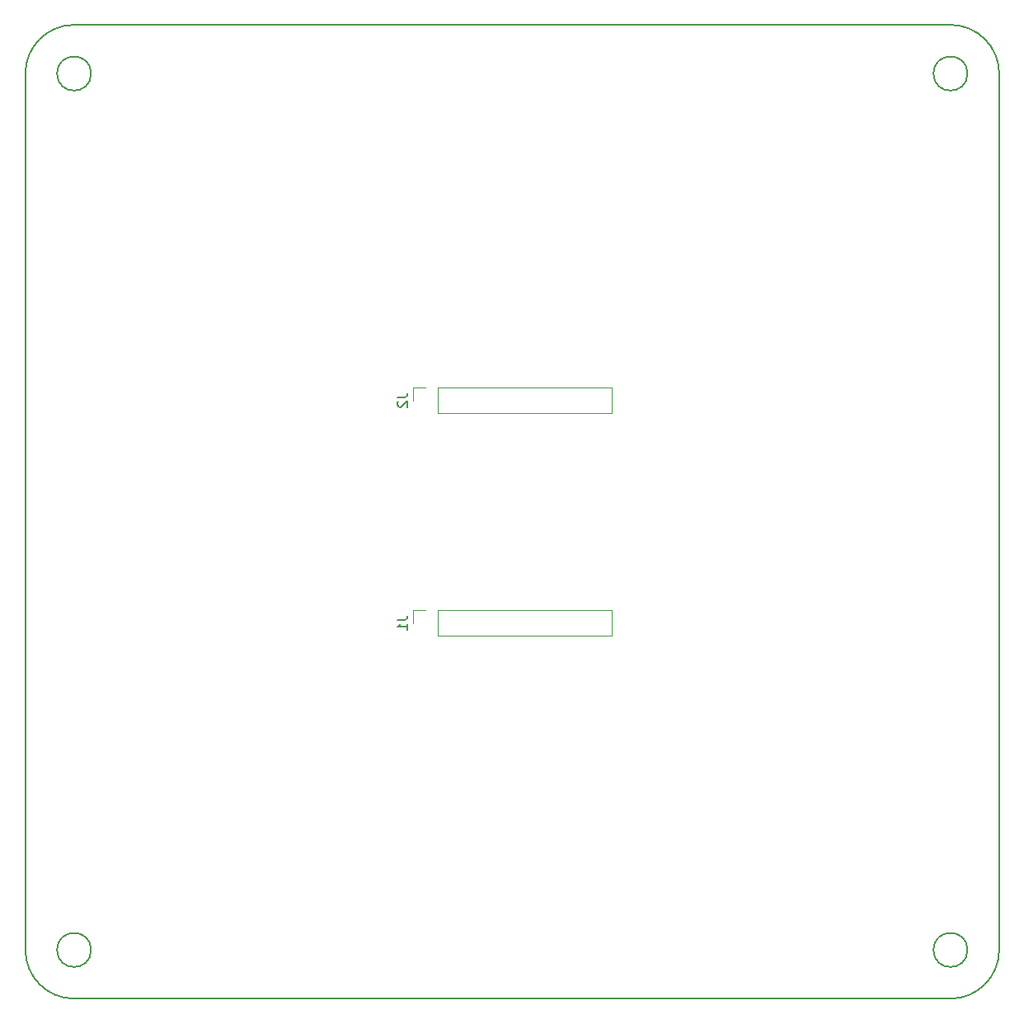
<source format=gbr>
%TF.GenerationSoftware,KiCad,Pcbnew,6.0.2+dfsg-1*%
%TF.CreationDate,2024-09-01T22:19:58+09:00*%
%TF.ProjectId,roulette,726f756c-6574-4746-952e-6b696361645f,A*%
%TF.SameCoordinates,Original*%
%TF.FileFunction,Legend,Bot*%
%TF.FilePolarity,Positive*%
%FSLAX46Y46*%
G04 Gerber Fmt 4.6, Leading zero omitted, Abs format (unit mm)*
G04 Created by KiCad (PCBNEW 6.0.2+dfsg-1) date 2024-09-01 22:19:58*
%MOMM*%
%LPD*%
G01*
G04 APERTURE LIST*
%TA.AperFunction,Profile*%
%ADD10C,0.200000*%
%TD*%
%ADD11C,0.150000*%
%ADD12C,0.120000*%
G04 APERTURE END LIST*
D10*
X83750000Y-56600000D02*
G75*
G03*
X83750000Y-56600000I-1750000J0D01*
G01*
X172000000Y-51600000D02*
X82000000Y-51600000D01*
X82000000Y-51600000D02*
G75*
G03*
X77000000Y-56600000I0J-5000000D01*
G01*
X173750000Y-146600000D02*
G75*
G03*
X173750000Y-146600000I-1750000J0D01*
G01*
X172000000Y-151600000D02*
G75*
G03*
X177000000Y-146600000I0J5000000D01*
G01*
X177000000Y-146600000D02*
X177000000Y-56600000D01*
X83750000Y-146600000D02*
G75*
G03*
X83750000Y-146600000I-1750000J0D01*
G01*
X177000000Y-56600000D02*
G75*
G03*
X172000000Y-51600000I-5000000J0D01*
G01*
X173750000Y-56600000D02*
G75*
G03*
X173750000Y-56600000I-1750000J0D01*
G01*
X77000000Y-146600000D02*
X77000000Y-56600000D01*
X77000000Y-146600000D02*
G75*
G03*
X82000000Y-151600000I5000000J0D01*
G01*
X172000000Y-151600000D02*
X82000000Y-151600000D01*
D11*
%TO.C,J2*%
X115232380Y-89836666D02*
X115946666Y-89836666D01*
X116089523Y-89789047D01*
X116184761Y-89693809D01*
X116232380Y-89550952D01*
X116232380Y-89455714D01*
X115327619Y-90265238D02*
X115280000Y-90312857D01*
X115232380Y-90408095D01*
X115232380Y-90646190D01*
X115280000Y-90741428D01*
X115327619Y-90789047D01*
X115422857Y-90836666D01*
X115518095Y-90836666D01*
X115660952Y-90789047D01*
X116232380Y-90217619D01*
X116232380Y-90836666D01*
%TO.C,J1*%
X115232380Y-112696666D02*
X115946666Y-112696666D01*
X116089523Y-112649047D01*
X116184761Y-112553809D01*
X116232380Y-112410952D01*
X116232380Y-112315714D01*
X116232380Y-113696666D02*
X116232380Y-113125238D01*
X116232380Y-113410952D02*
X115232380Y-113410952D01*
X115375238Y-113315714D01*
X115470476Y-113220476D01*
X115518095Y-113125238D01*
D12*
%TO.C,J2*%
X119380000Y-91500000D02*
X137220000Y-91500000D01*
X119380000Y-88840000D02*
X119380000Y-91500000D01*
X137220000Y-88840000D02*
X137220000Y-91500000D01*
X116780000Y-88840000D02*
X116780000Y-90170000D01*
X118110000Y-88840000D02*
X116780000Y-88840000D01*
X119380000Y-88840000D02*
X137220000Y-88840000D01*
%TO.C,J1*%
X118110000Y-111700000D02*
X116780000Y-111700000D01*
X119380000Y-114360000D02*
X137220000Y-114360000D01*
X137220000Y-111700000D02*
X137220000Y-114360000D01*
X119380000Y-111700000D02*
X137220000Y-111700000D01*
X116780000Y-111700000D02*
X116780000Y-113030000D01*
X119380000Y-111700000D02*
X119380000Y-114360000D01*
%TD*%
M02*

</source>
